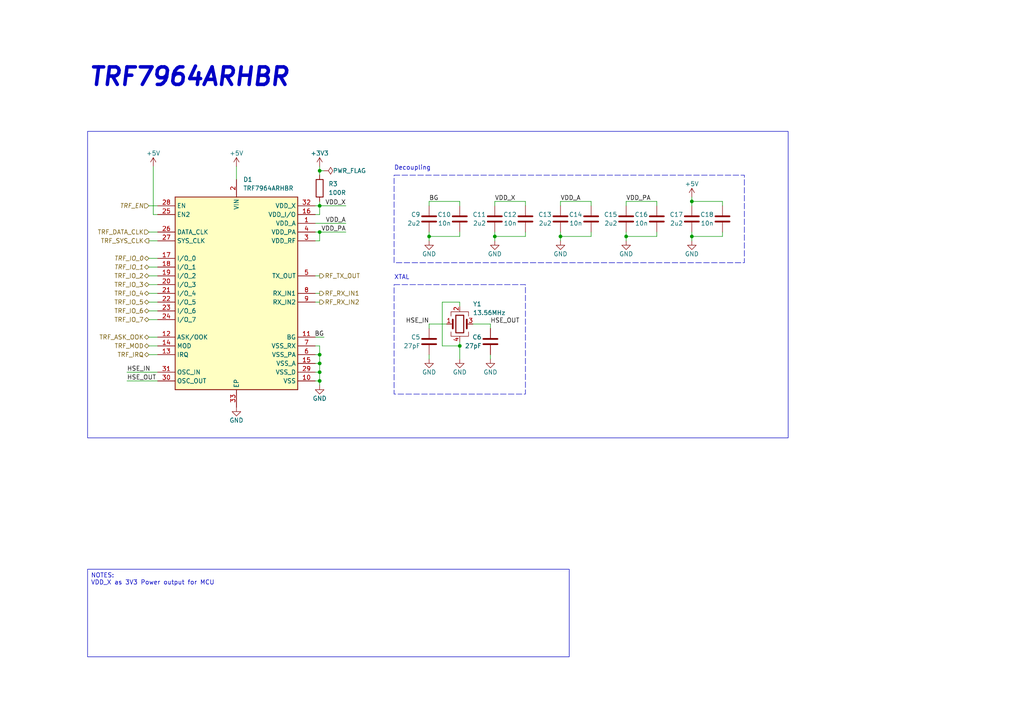
<source format=kicad_sch>
(kicad_sch (version 20230121) (generator eeschema)
  (paper "A4")
  (lib_symbols
    (symbol "Device:C" (pin_numbers hide) (pin_names (offset 0.254))
      (property "Reference" "C" (at 0.635 2.54 0))
      (property "Value" "C" (at 0.635 -2.54 0))
      (symbol "C_0_1"
        (polyline (pts (xy -2.032 -0.762) (xy 2.032 -0.762)) (stroke (width 0.508)))
        (polyline (pts (xy -2.032 0.762) (xy 2.032 0.762)) (stroke (width 0.508)))
      )
      (symbol "C_1_1"
        (pin passive line (at 0 3.81 270) (length 2.794) (name "~") (number "1"))
        (pin passive line (at 0 -3.81 90) (length 2.794) (name "~") (number "2"))
      )
    )
    (symbol "Device:Crystal_GND24" (pin_names (offset 1.016) hide)
      (property "Reference" "Y" (at 3.175 5.08 0))
      (property "Value" "Crystal_GND24" (at 3.175 3.175 0))
      (symbol "Crystal_GND24_0_1"
        (rectangle (start -1.143 2.54) (end 1.143 -2.54) (stroke (width 0.3048)))
        (polyline (pts (xy -2.54 0) (xy -2.032 0)))
        (polyline (pts (xy -2.032 -1.27) (xy -2.032 1.27)) (stroke (width 0.508)))
        (polyline (pts (xy 0 -3.81) (xy 0 -3.556)))
        (polyline (pts (xy 0 3.556) (xy 0 3.81)))
        (polyline (pts (xy 2.032 -1.27) (xy 2.032 1.27)) (stroke (width 0.508)))
        (polyline (pts (xy 2.032 0) (xy 2.54 0)))
        (polyline (pts (xy -2.54 -2.286) (xy -2.54 -3.556) (xy 2.54 -3.556) (xy 2.54 -2.286)))
        (polyline (pts (xy -2.54 2.286) (xy -2.54 3.556) (xy 2.54 3.556) (xy 2.54 2.286)))
      )
      (symbol "Crystal_GND24_1_1"
        (pin passive line (at -3.81 0 0) (length 1.27) (name "1") (number "1"))
        (pin passive line (at 0 5.08 270) (length 1.27) (name "2") (number "2"))
        (pin passive line (at 3.81 0 180) (length 1.27) (name "3") (number "3"))
        (pin passive line (at 0 -5.08 90) (length 1.27) (name "4") (number "4"))
      )
    )
    (symbol "Device:R" (pin_numbers hide) (pin_names (offset 0))
      (property "Reference" "R" (at 2.032 0 90))
      (property "Value" "R" (at 0 0 90))
      (symbol "R_0_1"
        (rectangle (start -1.016 -2.54) (end 1.016 2.54) (stroke (width 0.254)))
      )
      (symbol "R_1_1"
        (pin passive line (at 0 3.81 270) (length 1.27) (name "~") (number "1"))
        (pin passive line (at 0 -3.81 90) (length 1.27) (name "~") (number "2"))
      )
    )
    (symbol "SamacSys_Parts:TRF7964ARHBR"
      (property "Reference" "D" (at 20.32 5.08 0))
      (property "Value" "TRF7964ARHBR" (at 20.32 2.54 0))
      (symbol "TRF7964ARHBR_1_1"
        (rectangle (start 0 0) (end 35.56 -55.88) (stroke (width 0.254)) (fill (type background)))
        (pin passive line (at 40.64 -7.62 180) (length 5.08) (name "VDD_A") (number "1"))
        (pin passive line (at 40.64 -53.34 180) (length 5.08) (name "VSS") (number "10"))
        (pin passive line (at 40.64 -40.64 180) (length 5.08) (name "BG") (number "11"))
        (pin passive line (at -5.08 -40.64 0) (length 5.08) (name "ASK/OOK") (number "12"))
        (pin passive line (at -5.08 -45.72 0) (length 5.08) (name "IRQ") (number "13"))
        (pin passive line (at -5.08 -43.18 0) (length 5.08) (name "MOD") (number "14"))
        (pin passive line (at 40.64 -48.26 180) (length 5.08) (name "VSS_A") (number "15"))
        (pin passive line (at 40.64 -5.08 180) (length 5.08) (name "VDD_I/O") (number "16"))
        (pin passive line (at -5.08 -17.78 0) (length 5.08) (name "I/O_0") (number "17"))
        (pin passive line (at -5.08 -20.32 0) (length 5.08) (name "I/O_1") (number "18"))
        (pin passive line (at -5.08 -22.86 0) (length 5.08) (name "I/O_2") (number "19"))
        (pin passive line (at 17.78 5.08 270) (length 5.08) (name "VIN") (number "2"))
        (pin passive line (at -5.08 -25.4 0) (length 5.08) (name "I/O_3") (number "20"))
        (pin passive line (at -5.08 -27.94 0) (length 5.08) (name "I/O_4") (number "21"))
        (pin passive line (at -5.08 -30.48 0) (length 5.08) (name "I/O_5") (number "22"))
        (pin passive line (at -5.08 -33.02 0) (length 5.08) (name "I/O_6") (number "23"))
        (pin passive line (at -5.08 -35.56 0) (length 5.08) (name "I/O_7") (number "24"))
        (pin passive line (at -5.08 -5.08 0) (length 5.08) (name "EN2") (number "25"))
        (pin passive line (at -5.08 -10.16 0) (length 5.08) (name "DATA_CLK") (number "26"))
        (pin passive line (at -5.08 -12.7 0) (length 5.08) (name "SYS_CLK") (number "27"))
        (pin passive line (at -5.08 -2.54 0) (length 5.08) (name "EN") (number "28"))
        (pin passive line (at 40.64 -50.8 180) (length 5.08) (name "VSS_D") (number "29"))
        (pin passive line (at 40.64 -12.7 180) (length 5.08) (name "VDD_RF") (number "3"))
        (pin passive line (at -5.08 -53.34 0) (length 5.08) (name "OSC_OUT") (number "30"))
        (pin passive line (at -5.08 -50.8 0) (length 5.08) (name "OSC_IN") (number "31"))
        (pin passive line (at 40.64 -2.54 180) (length 5.08) (name "VDD_X") (number "32"))
        (pin passive line (at 17.78 -60.96 90) (length 5.08) (name "EP") (number "33"))
        (pin passive line (at 40.64 -10.16 180) (length 5.08) (name "VDD_PA") (number "4"))
        (pin passive line (at 40.64 -22.86 180) (length 5.08) (name "TX_OUT") (number "5"))
        (pin passive line (at 40.64 -45.72 180) (length 5.08) (name "VSS_PA") (number "6"))
        (pin passive line (at 40.64 -43.18 180) (length 5.08) (name "VSS_RX") (number "7"))
        (pin passive line (at 40.64 -27.94 180) (length 5.08) (name "RX_IN1") (number "8"))
        (pin passive line (at 40.64 -30.48 180) (length 5.08) (name "RX_IN2") (number "9"))
      )
    )
    (symbol "power:+3V3" (power) (pin_names (offset 0))
      (property "Value" "+3V3" (at 0 3.556 0))
      (symbol "+3V3_0_1"
        (polyline (pts (xy -0.762 1.27) (xy 0 2.54)))
        (polyline (pts (xy 0 0) (xy 0 2.54)))
        (polyline (pts (xy 0 2.54) (xy 0.762 1.27)))
      )
      (symbol "+3V3_1_1"
        (pin power_in line (at 0 0 90) (length 0) hide (name "+3V3") (number "1"))
      )
    )
    (symbol "power:+5V" (power) (pin_names (offset 0))
      (property "Value" "+5V" (at 0 3.556 0))
      (symbol "+5V_0_1"
        (polyline (pts (xy -0.762 1.27) (xy 0 2.54)))
        (polyline (pts (xy 0 0) (xy 0 2.54)))
        (polyline (pts (xy 0 2.54) (xy 0.762 1.27)))
      )
      (symbol "+5V_1_1"
        (pin power_in line (at 0 0 90) (length 0) hide (name "+5V") (number "1"))
      )
    )
    (symbol "power:GND" (power) (pin_names (offset 0))
      (property "Value" "GND" (at 0 -3.81 0))
      (symbol "GND_0_1"
        (polyline (pts (xy 0 0) (xy 0 -1.27) (xy 1.27 -1.27) (xy 0 -2.54) (xy -1.27 -1.27) (xy 0 -1.27)))
      )
      (symbol "GND_1_1"
        (pin power_in line (at 0 0 270) (length 0) hide (name "GND") (number "1"))
      )
    )
    (symbol "power:PWR_FLAG" (power) (pin_numbers hide) (pin_names (offset 0) hide)
      (property "Value" "PWR_FLAG" (at 0 3.81 0))
      (symbol "PWR_FLAG_0_0"
        (pin power_out line (at 0 0 90) (length 0) (name "pwr") (number "1"))
      )
      (symbol "PWR_FLAG_0_1"
        (polyline (pts (xy 0 0) (xy 0 1.27) (xy -1.016 1.905) (xy 0 2.54) (xy 1.016 1.905) (xy 0 1.27)))
      )
    )
  )
  (junction (at 200.66 58.42))
  (junction (at 92.71 107.95))
  (junction (at 143.51 68.58))
  (junction (at 133.35 100.33))
  (junction (at 200.66 68.58))
  (junction (at 124.46 68.58))
  (junction (at 181.61 68.58))
  (junction (at 92.71 67.31))
  (junction (at 92.71 102.87))
  (junction (at 92.71 105.41))
  (junction (at 92.71 59.69))
  (junction (at 92.71 110.49))
  (junction (at 162.56 68.58))
  (junction (at 92.71 49.53))
  (wire (pts (xy 43.18 77.47) (xy 45.72 77.47)))
  (wire (pts (xy 91.44 69.85) (xy 92.71 69.85)))
  (wire (pts (xy 142.24 93.98) (xy 142.24 95.25)))
  (wire (pts (xy 36.83 107.95) (xy 45.72 107.95)))
  (wire (pts (xy 190.5 67.31) (xy 190.5 68.58)))
  (wire (pts (xy 181.61 68.58) (xy 181.61 67.31)))
  (wire (pts (xy 43.18 85.09) (xy 45.72 85.09)))
  (wire (pts (xy 43.18 90.17) (xy 45.72 90.17)))
  (wire (pts (xy 133.35 68.58) (xy 124.46 68.58)))
  (wire (pts (xy 43.18 80.01) (xy 45.72 80.01)))
  (wire (pts (xy 43.18 97.79) (xy 45.72 97.79)))
  (wire (pts (xy 92.71 87.63) (xy 91.44 87.63)))
  (wire (pts (xy 133.35 88.9) (xy 133.35 87.63)))
  (wire (pts (xy 43.18 67.31) (xy 45.72 67.31)))
  (wire (pts (xy 133.35 100.33) (xy 133.35 99.06)))
  (wire (pts (xy 162.56 68.58) (xy 162.56 69.85)))
  (wire (pts (xy 171.45 68.58) (xy 162.56 68.58)))
  (wire (pts (xy 92.71 59.69) (xy 92.71 62.23)))
  (wire (pts (xy 92.71 85.09) (xy 91.44 85.09)))
  (wire (pts (xy 68.58 48.26) (xy 68.58 52.07)))
  (wire (pts (xy 200.66 57.15) (xy 200.66 58.42)))
  (wire (pts (xy 92.71 102.87) (xy 91.44 102.87)))
  (wire (pts (xy 133.35 58.42) (xy 133.35 59.69)))
  (wire (pts (xy 92.71 102.87) (xy 92.71 100.33)))
  (wire (pts (xy 91.44 105.41) (xy 92.71 105.41)))
  (wire (pts (xy 152.4 67.31) (xy 152.4 68.58)))
  (wire (pts (xy 181.61 68.58) (xy 181.61 69.85)))
  (wire (pts (xy 92.71 107.95) (xy 92.71 110.49)))
  (wire (pts (xy 133.35 67.31) (xy 133.35 68.58)))
  (wire (pts (xy 43.18 82.55) (xy 45.72 82.55)))
  (wire (pts (xy 162.56 68.58) (xy 162.56 67.31)))
  (wire (pts (xy 43.18 69.85) (xy 45.72 69.85)))
  (wire (pts (xy 91.44 110.49) (xy 92.71 110.49)))
  (wire (pts (xy 91.44 64.77) (xy 100.33 64.77)))
  (wire (pts (xy 200.66 68.58) (xy 200.66 67.31)))
  (wire (pts (xy 43.18 102.87) (xy 45.72 102.87)))
  (wire (pts (xy 43.18 59.69) (xy 45.72 59.69)))
  (wire (pts (xy 92.71 49.53) (xy 92.71 50.8)))
  (wire (pts (xy 124.46 93.98) (xy 129.54 93.98)))
  (wire (pts (xy 92.71 80.01) (xy 91.44 80.01)))
  (wire (pts (xy 92.71 48.26) (xy 92.71 49.53)))
  (wire (pts (xy 92.71 59.69) (xy 91.44 59.69)))
  (wire (pts (xy 152.4 58.42) (xy 152.4 59.69)))
  (wire (pts (xy 143.51 68.58) (xy 143.51 69.85)))
  (wire (pts (xy 124.46 68.58) (xy 124.46 69.85)))
  (wire (pts (xy 91.44 67.31) (xy 92.71 67.31)))
  (wire (pts (xy 143.51 58.42) (xy 152.4 58.42)))
  (wire (pts (xy 209.55 58.42) (xy 209.55 59.69)))
  (wire (pts (xy 200.66 58.42) (xy 209.55 58.42)))
  (wire (pts (xy 143.51 68.58) (xy 143.51 67.31)))
  (wire (pts (xy 162.56 58.42) (xy 171.45 58.42)))
  (wire (pts (xy 124.46 58.42) (xy 124.46 59.69)))
  (wire (pts (xy 92.71 67.31) (xy 100.33 67.31)))
  (wire (pts (xy 162.56 58.42) (xy 162.56 59.69)))
  (wire (pts (xy 190.5 68.58) (xy 181.61 68.58)))
  (wire (pts (xy 43.18 74.93) (xy 45.72 74.93)))
  (wire (pts (xy 200.66 58.42) (xy 200.66 59.69)))
  (wire (pts (xy 100.33 59.69) (xy 92.71 59.69)))
  (wire (pts (xy 92.71 69.85) (xy 92.71 67.31)))
  (wire (pts (xy 92.71 49.53) (xy 93.98 49.53)))
  (wire (pts (xy 200.66 68.58) (xy 200.66 69.85)))
  (wire (pts (xy 92.71 105.41) (xy 92.71 107.95)))
  (wire (pts (xy 124.46 68.58) (xy 124.46 67.31)))
  (wire (pts (xy 92.71 105.41) (xy 92.71 102.87)))
  (wire (pts (xy 190.5 58.42) (xy 190.5 59.69)))
  (wire (pts (xy 124.46 95.25) (xy 124.46 93.98)))
  (wire (pts (xy 133.35 87.63) (xy 128.27 87.63)))
  (wire (pts (xy 128.27 100.33) (xy 133.35 100.33)))
  (wire (pts (xy 92.71 58.42) (xy 92.71 59.69)))
  (wire (pts (xy 91.44 62.23) (xy 92.71 62.23)))
  (wire (pts (xy 124.46 58.42) (xy 133.35 58.42)))
  (wire (pts (xy 36.83 110.49) (xy 45.72 110.49)))
  (wire (pts (xy 43.18 92.71) (xy 45.72 92.71)))
  (wire (pts (xy 137.16 93.98) (xy 142.24 93.98)))
  (wire (pts (xy 181.61 58.42) (xy 181.61 59.69)))
  (wire (pts (xy 124.46 102.87) (xy 124.46 104.14)))
  (wire (pts (xy 43.18 87.63) (xy 45.72 87.63)))
  (wire (pts (xy 91.44 100.33) (xy 92.71 100.33)))
  (wire (pts (xy 143.51 58.42) (xy 143.51 59.69)))
  (wire (pts (xy 93.98 97.79) (xy 91.44 97.79)))
  (wire (pts (xy 209.55 67.31) (xy 209.55 68.58)))
  (wire (pts (xy 181.61 58.42) (xy 190.5 58.42)))
  (wire (pts (xy 91.44 107.95) (xy 92.71 107.95)))
  (wire (pts (xy 152.4 68.58) (xy 143.51 68.58)))
  (wire (pts (xy 128.27 87.63) (xy 128.27 100.33)))
  (wire (pts (xy 171.45 58.42) (xy 171.45 59.69)))
  (wire (pts (xy 142.24 104.14) (xy 142.24 102.87)))
  (wire (pts (xy 44.45 62.23) (xy 44.45 48.26)))
  (wire (pts (xy 133.35 100.33) (xy 133.35 104.14)))
  (wire (pts (xy 92.71 110.49) (xy 92.71 111.76)))
  (wire (pts (xy 44.45 62.23) (xy 45.72 62.23)))
  (wire (pts (xy 43.18 100.33) (xy 45.72 100.33)))
  (wire (pts (xy 209.55 68.58) (xy 200.66 68.58)))
  (wire (pts (xy 171.45 67.31) (xy 171.45 68.58)))
  (rectangle (start 114.3 50.8) (end 215.9 76.2) (stroke (width 0) (type dash)))
  (rectangle (start 114.3 82.55) (end 152.4 114.3) (stroke (width 0) (type dash)))
  (rectangle (start 25.4 38.1) (end 228.6 127))
  (text_box "NOTES:\nVDD_X as 3V3 Power output for MCU\n" (at 25.4 165.1 0) (size 139.7 25.4) (effects (font (size 1.27 1.27)) (justify left top)))
  (text "Decoupling" (at 114.3 49.53 0) (effects (font (size 1.27 1.27)) (justify left bottom)))
  (text "XTAL" (at 114.3 81.28 0) (effects (font (size 1.27 1.27)) (justify left bottom)))
  (text "TRF7964ARHBR" (at 25.4 25.4 0) (effects (font (size 5.08 5.08) (thickness 1.016) bold italic) (justify left bottom)))
  (label "VDD_A" (at 100.33 64.77 180))
  (label "VDD_PA" (at 181.61 58.42 0))
  (label "BG" (at 124.46 58.42 0))
  (label "BG" (at 93.98 97.79 180))
  (label "HSE_OUT" (at 142.24 93.98 0))
  (label "VDD_PA" (at 100.33 67.31 180))
  (label "HSE_IN" (at 36.83 107.95 0))
  (label "VDD_A" (at 162.56 58.42 0))
  (label "HSE_IN" (at 124.46 93.98 180))
  (label "VDD_X" (at 100.33 59.69 180))
  (label "HSE_OUT" (at 36.83 110.49 0))
  (label "VDD_X" (at 143.51 58.42 0))
  (hierarchical_label "TRF_IO_2" (shape bidirectional) (at 43.18 80.01 180))
  (hierarchical_label "TRF_ASK_OOK" (shape bidirectional) (at 43.18 97.79 180))
  (hierarchical_label "RF_TX_OUT" (shape output) (at 92.71 80.01 0))
  (hierarchical_label "TRF_EN" (shape input) (at 43.18 59.69 180) (effects (font italic)))
  (hierarchical_label "TRF_IO_4" (shape bidirectional) (at 43.18 85.09 180))
  (hierarchical_label "TRF_IO_1" (shape bidirectional) (at 43.18 77.47 180) (effects (font italic)))
  (hierarchical_label "RF_RX_IN1" (shape output) (at 92.71 85.09 0))
  (hierarchical_label "TRF_IRQ" (shape bidirectional) (at 43.18 102.87 180))
  (hierarchical_label "TRF_IO_7" (shape bidirectional) (at 43.18 92.71 180))
  (hierarchical_label "TRF_DATA_CLK" (shape input) (at 43.18 67.31 180))
  (hierarchical_label "TRF_MOD" (shape bidirectional) (at 43.18 100.33 180))
  (hierarchical_label "TRF_IO_3" (shape bidirectional) (at 43.18 82.55 180))
  (hierarchical_label "TRF_IO_0" (shape bidirectional) (at 43.18 74.93 180) (effects (font italic)))
  (hierarchical_label "TRF_SYS_CLK" (shape output) (at 43.18 69.85 180))
  (hierarchical_label "TRF_IO_5" (shape bidirectional) (at 43.18 87.63 180))
  (hierarchical_label "TRF_IO_6" (shape bidirectional) (at 43.18 90.17 180))
  (hierarchical_label "RF_RX_IN2" (shape output) (at 92.71 87.63 0))
  (symbol (lib_id "Device:C") (at 190.5 63.5 0) (mirror x) (unit 1)
    (property "Reference" "C16" (at 187.96 62.23 0) (effects (justify right)))
    (property "Value" "10n" (at 187.96 64.77 0) (effects (justify right)))
    (property "Footprint" "Capacitor_SMD:C_0402_1005Metric" (effects hide))
    (instances (project "Reader_Module" (path "" (reference "C16") (unit 1)) (path "" (reference "C14") (unit 1))))
  )
  (symbol (lib_id "power:+3V3") (at 92.71 48.26 0) (unit 1)
    (property "Reference" "#PWR021" (effects hide))
    (property "Value" "+3V3" (at 92.71 44.45 0))
    (instances (project "Reader_Module" (path "" (reference "#PWR021") (unit 1)) (path "" (reference "#PWR017") (unit 1))))
  )
  (symbol (lib_id "power:GND") (at 181.61 69.85 0) (unit 1)
    (property "Reference" "#PWR024" (effects hide))
    (property "Value" "GND" (at 181.61 73.66 0))
    (instances (project "Reader_Module" (path "" (reference "#PWR024") (unit 1)) (path "" (reference "#PWR08") (unit 1))))
  )
  (symbol (lib_id "SamacSys_Parts:TRF7964ARHBR") (at 50.8 57.15 0) (unit 1)
    (property "Reference" "D1" (at 70.5359 52.07 0) (effects (justify left)))
    (property "Value" "TRF7964ARHBR" (at 70.5359 54.61 0) (effects (justify left)))
    (property "Footprint" "QFN50P500X500X100-33N-D" (effects hide))
    (property "Datasheet" "http://www.ti.com/lit/gpn/trf7964a" (effects hide))
    (property "Height" "1" (effects hide))
    (property "Manufacturer_Name" "Texas Instruments" (effects hide))
    (property "Manufacturer_Part_Number" "TRF7964ARHBR" (effects hide))
    (property "Mouser Part Number" "595-TRF7964ARHBR" (effects hide))
    (property "Mouser Price/Stock" "https://www.mouser.co.uk/ProductDetail/Texas-Instruments/TRF7964ARHBR?qs=4whTb%2F0XQMjbuhjN8zVfxA%3D%3D" (effects hide))
    (property "Arrow Part Number" "TRF7964ARHBR" (effects hide))
    (property "Arrow Price/Stock" "https://www.arrow.com/en/products/trf7964arhbr/texas-instruments" (effects hide))
  )
  (symbol (lib_id "power:GND") (at 200.66 69.85 0) (unit 1)
    (property "Reference" "#PWR013" (effects hide))
    (property "Value" "GND" (at 200.66 73.66 0))
    (instances (project "Reader_Module" (path "" (reference "#PWR013") (unit 1)) (path "" (reference "#PWR09") (unit 1))))
  )
  (symbol (lib_id "power:GND") (at 143.51 69.85 0) (unit 1)
    (property "Reference" "#PWR022" (effects hide))
    (property "Value" "GND" (at 143.51 73.66 0))
    (instances (project "Reader_Module" (path "" (reference "#PWR022") (unit 1)) (path "" (reference "#PWR06") (unit 1))))
  )
  (symbol (lib_id "power:+5V") (at 200.66 57.15 0) (unit 1)
    (property "Reference" "#PWR018" (effects hide))
    (property "Value" "+5V" (at 200.66 53.34 0))
    (instances (project "Reader_Module" (path "" (reference "#PWR018") (unit 1)) (path "" (reference "#PWR04") (unit 1))))
  )
  (symbol (lib_id "power:GND") (at 133.35 104.14 0) (unit 1)
    (property "Reference" "#PWR06" (effects hide))
    (property "Value" "GND" (at 133.35 107.95 0))
    (instances (project "Reader_Module" (path "" (reference "#PWR06") (unit 1)) (path "" (reference "#PWR021") (unit 1))))
  )
  (symbol (lib_id "power:GND") (at 124.46 104.14 0) (unit 1)
    (property "Reference" "#PWR09" (effects hide))
    (property "Value" "GND" (at 124.46 107.95 0))
    (instances (project "Reader_Module" (path "" (reference "#PWR09") (unit 1)) (path "" (reference "#PWR018") (unit 1))))
  )
  (symbol (lib_id "power:+5V") (at 68.58 48.26 0) (unit 1)
    (property "Reference" "#PWR010" (effects hide))
    (property "Value" "+5V" (at 68.58 44.45 0))
    (instances (project "Reader_Module" (path "" (reference "#PWR010") (unit 1)) (path "" (reference "#PWR013") (unit 1))))
  )
  (symbol (lib_id "power:GND") (at 68.58 118.11 0) (unit 1)
    (property "Reference" "#PWR07" (effects hide))
    (property "Value" "GND" (at 68.58 121.92 0))
    (instances (project "Reader_Module" (path "" (reference "#PWR07") (unit 1)) (path "" (reference "#PWR025") (unit 1))))
  )
  (symbol (lib_id "Device:C") (at 143.51 63.5 0) (mirror x) (unit 1)
    (property "Reference" "C11" (at 140.97 62.23 0) (effects (justify right)))
    (property "Value" "2u2" (at 140.97 64.77 0) (effects (justify right)))
    (property "Footprint" "Capacitor_SMD:C_0402_1005Metric" (effects hide))
    (property "LCSC Part #" "C1525" (effects hide))
    (instances (project "Reader_Module" (path "" (reference "C11") (unit 1)) (path "" (reference "C9") (unit 1))))
  )
  (symbol (lib_id "Device:C") (at 142.24 99.06 0) (mirror x) (unit 1)
    (property "Reference" "C6" (at 139.7 97.79 0) (effects (justify right)))
    (property "Value" "27pF" (at 139.7 100.33 0) (effects (justify right)))
    (property "Footprint" "Capacitor_SMD:C_0402_1005Metric" (effects hide))
    (instances (project "Reader_Module" (path "" (reference "C6") (unit 1)) (path "" (reference "C18") (unit 1))))
  )
  (symbol (lib_id "Device:C") (at 124.46 99.06 0) (mirror x) (unit 1)
    (property "Reference" "C5" (at 121.92 97.79 0) (effects (justify right)))
    (property "Value" "27pF" (at 121.92 100.33 0) (effects (justify right)))
    (property "Footprint" "Capacitor_SMD:C_0402_1005Metric" (effects hide))
    (instances (project "Reader_Module" (path "" (reference "C5") (unit 1)) (path "" (reference "C17") (unit 1))))
  )
  (symbol (lib_id "power:PWR_FLAG") (at 93.98 49.53 270) (unit 1)
    (property "Reference" "#FLG01" (effects hide))
    (property "Value" "PWR_FLAG" (at 96.52 49.53 90) (effects (justify left)))
  )
  (symbol (lib_id "power:GND") (at 162.56 69.85 0) (unit 1)
    (property "Reference" "#PWR023" (effects hide))
    (property "Value" "GND" (at 162.56 73.66 0))
    (instances (project "Reader_Module" (path "" (reference "#PWR023") (unit 1)) (path "" (reference "#PWR07") (unit 1))))
  )
  (symbol (lib_id "Device:C") (at 162.56 63.5 0) (mirror x) (unit 1)
    (property "Reference" "C13" (at 160.02 62.23 0) (effects (justify right)))
    (property "Value" "2u2" (at 160.02 64.77 0) (effects (justify right)))
    (property "Footprint" "Capacitor_SMD:C_0402_1005Metric" (effects hide))
    (property "LCSC Part #" "C1525" (effects hide))
    (instances (project "Reader_Module" (path "" (reference "C13") (unit 1)) (path "" (reference "C11") (unit 1))))
  )
  (symbol (lib_id "Device:C") (at 209.55 63.5 0) (mirror x) (unit 1)
    (property "Reference" "C18" (at 207.01 62.23 0) (effects (justify right)))
    (property "Value" "10n" (at 207.01 64.77 0) (effects (justify right)))
    (property "Footprint" "Capacitor_SMD:C_0402_1005Metric" (effects hide))
    (instances (project "Reader_Module" (path "" (reference "C18") (unit 1)) (path "" (reference "C16") (unit 1))))
  )
  (symbol (lib_id "Device:Crystal_GND24") (at 133.35 93.98 0) (unit 1)
    (property "Reference" "Y1" (at 137.16 88.9 0) (effects (justify left bottom)))
    (property "Value" "13.56MHz" (at 137.16 91.44 0) (effects (justify left bottom)))
    (property "Footprint" "Crystal:Crystal_SMD_3225-4Pin_3.2x2.5mm" (effects hide))
    (property "Datasheet" "https://datasheet.lcsc.com/lcsc/1811151432_TAE-Zhejiang-Abel-Elec-TAXM13-56M4RLBCCT2T_C164051.pdf" (effects hide))
  )
  (symbol (lib_id "power:GND") (at 142.24 104.14 0) (unit 1)
    (property "Reference" "#PWR08" (effects hide))
    (property "Value" "GND" (at 142.24 107.95 0))
    (instances (project "Reader_Module" (path "" (reference "#PWR08") (unit 1)) (path "" (reference "#PWR022") (unit 1))))
  )
  (symbol (lib_id "Device:C") (at 152.4 63.5 0) (mirror x) (unit 1)
    (property "Reference" "C12" (at 149.86 62.23 0) (effects (justify right)))
    (property "Value" "10n" (at 149.86 64.77 0) (effects (justify right)))
    (property "Footprint" "Capacitor_SMD:C_0402_1005Metric" (effects hide))
    (instances (project "Reader_Module" (path "" (reference "C12") (unit 1)) (path "" (reference "C10") (unit 1))))
  )
  (symbol (lib_id "Device:C") (at 181.61 63.5 0) (mirror x) (unit 1)
    (property "Reference" "C15" (at 179.07 62.23 0) (effects (justify right)))
    (property "Value" "2u2" (at 179.07 64.77 0) (effects (justify right)))
    (property "Footprint" "Capacitor_SMD:C_0402_1005Metric" (effects hide))
    (property "LCSC Part #" "C1525" (effects hide))
    (instances (project "Reader_Module" (path "" (reference "C15") (unit 1)) (path "" (reference "C13") (unit 1))))
  )
  (symbol (lib_id "Device:C") (at 171.45 63.5 0) (mirror x) (unit 1)
    (property "Reference" "C14" (at 168.91 62.23 0) (effects (justify right)))
    (property "Value" "10n" (at 168.91 64.77 0) (effects (justify right)))
    (property "Footprint" "Capacitor_SMD:C_0402_1005Metric" (effects hide))
    (instances (project "Reader_Module" (path "" (reference "C14") (unit 1)) (path "" (reference "C12") (unit 1))))
  )
  (symbol (lib_id "Device:C") (at 124.46 63.5 0) (mirror x) (unit 1)
    (property "Reference" "C9" (at 121.92 62.23 0) (effects (justify right)))
    (property "Value" "2u2" (at 121.92 64.77 0) (effects (justify right)))
    (property "Footprint" "Capacitor_SMD:C_0402_1005Metric" (effects hide))
    (property "LCSC Part #" "C1525" (effects hide))
    (instances (project "Reader_Module" (path "" (reference "C9") (unit 1)) (path "" (reference "C5") (unit 1))))
  )
  (symbol (lib_id "power:GND") (at 92.71 111.76 0) (unit 1)
    (property "Reference" "#PWR04" (effects hide))
    (property "Value" "GND" (at 92.71 115.57 0))
    (instances (project "Reader_Module" (path "" (reference "#PWR04") (unit 1)) (path "" (reference "#PWR023") (unit 1))))
  )
  (symbol (lib_id "Device:R") (at 92.71 54.61 0) (unit 1)
    (property "Reference" "R3" (at 95.25 53.34 0) (effects (justify left)))
    (property "Value" "100R" (at 95.25 55.88 0) (effects (justify left)))
    (property "Footprint" "Resistor_SMD:R_0402_1005Metric" (effects hide))
  )
  (symbol (lib_id "Device:C") (at 133.35 63.5 0) (mirror x) (unit 1)
    (property "Reference" "C10" (at 130.81 62.23 0) (effects (justify right)))
    (property "Value" "10n" (at 130.81 64.77 0) (effects (justify right)))
    (property "Footprint" "Capacitor_SMD:C_0402_1005Metric" (effects hide))
    (instances (project "Reader_Module" (path "" (reference "C10") (unit 1)) (path "" (reference "C6") (unit 1))))
  )
  (symbol (lib_id "power:+5V") (at 44.45 48.26 0) (unit 1)
    (property "Reference" "#PWR025" (effects hide))
    (property "Value" "+5V" (at 44.45 44.45 0))
    (instances (project "Reader_Module" (path "" (reference "#PWR025") (unit 1)) (path "" (reference "#PWR010") (unit 1))))
  )
  (symbol (lib_id "Device:C") (at 200.66 63.5 0) (mirror x) (unit 1)
    (property "Reference" "C17" (at 198.12 62.23 0) (effects (justify right)))
    (property "Value" "2u2" (at 198.12 64.77 0) (effects (justify right)))
    (property "Footprint" "Capacitor_SMD:C_0402_1005Metric" (effects hide))
    (property "LCSC Part #" "C1525" (effects hide))
    (instances (project "Reader_Module" (path "" (reference "C17") (unit 1)) (path "" (reference "C15") (unit 1))))
  )
  (symbol (lib_id "power:GND") (at 124.46 69.85 0) (unit 1)
    (property "Reference" "#PWR017" (effects hide))
    (property "Value" "GND" (at 124.46 73.66 0))
    (instances (project "Reader_Module" (path "" (reference "#PWR017") (unit 1)) (path "" (reference "#PWR05") (unit 1))))
  )
)
</source>
